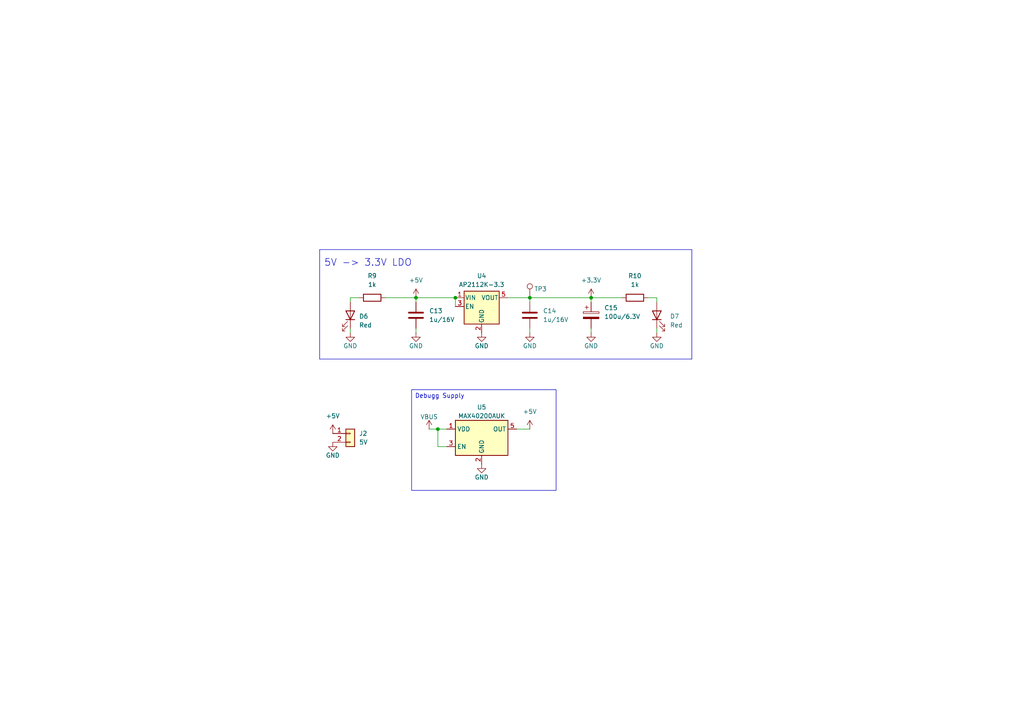
<source format=kicad_sch>
(kicad_sch (version 20250114) (generator "eeschema") (generator_version "9.0")
  (paper "A4")
  (title_block (title "NAUTILUS Bms Test Board"))
  (lib_symbols
    (symbol "Analog_Switch:MAX40200AUK"
      (property "Reference" "U" (at -6.35 6.35 0))
      (property "Value" "MAX40200AUK" (at 7.62 6.35 0))
      (symbol "MAX40200AUK_1_1"
        (rectangle (start -7.62 -5.08) (end 7.62 5.08) (stroke (width 0.254)) (fill (type background)))
        (pin power_in line (at -10.16 2.54 0) (length 2.54) (name "VDD") (number "1"))
        (pin input line (at -10.16 -2.54 0) (length 2.54) (name "EN") (number "3"))
        (pin power_in line (at 0 -7.62 90) (length 2.54) (name "GND") (number "2"))
        (pin no_connect line (at 7.62 -2.54 180) (length 2.54) (hide yes) (name "NC") (number "4"))
        (pin passive line (at 10.16 2.54 180) (length 2.54) (name "OUT") (number "5"))
      )
    )
    (symbol "Connector:TestPoint" (pin_numbers (hide yes)) (pin_names (offset 0.762) (hide yes))
      (property "Reference" "TP" (at 0 6.858 0))
      (property "Value" "TestPoint" (at 0 5.08 0))
      (symbol "TestPoint_0_1"
        (circle (center 0 3.302) (radius 0.762))
      )
      (symbol "TestPoint_1_1"
        (pin passive line (at 0 0 90) (length 2.54) (name "1") (number "1"))
      )
    )
    (symbol "Connector_Generic:Conn_01x02" (pin_names (offset 1.016) (hide yes))
      (property "Reference" "J" (at 0 2.54 0))
      (property "Value" "Conn_01x02" (at 0 -5.08 0))
      (symbol "Conn_01x02_1_1"
        (rectangle (start -1.27 1.27) (end 1.27 -3.81) (stroke (width 0.254)) (fill (type background)))
        (rectangle (start -1.27 0.127) (end 0 -0.127) (stroke (width 0.1524)))
        (rectangle (start -1.27 -2.413) (end 0 -2.667) (stroke (width 0.1524)))
        (pin passive line (at -5.08 0 0) (length 3.81) (name "Pin_1") (number "1"))
        (pin passive line (at -5.08 -2.54 0) (length 3.81) (name "Pin_2") (number "2"))
      )
    )
    (symbol "Regulator_Linear:AP2112K-3.3" (pin_names (offset 0.254))
      (property "Reference" "U" (at -5.08 5.715 0))
      (property "Value" "AP2112K-3.3" (at 0 5.715 0))
      (symbol "AP2112K-3.3_0_1"
        (rectangle (start -5.08 4.445) (end 5.08 -5.08) (stroke (width 0.254)) (fill (type background)))
      )
      (symbol "AP2112K-3.3_1_1"
        (pin power_in line (at -7.62 2.54 0) (length 2.54) (name "VIN") (number "1"))
        (pin input line (at -7.62 0 0) (length 2.54) (name "EN") (number "3"))
        (pin power_in line (at 0 -7.62 90) (length 2.54) (name "GND") (number "2"))
        (pin no_connect line (at 5.08 0 180) (length 2.54) (hide yes) (name "NC") (number "4"))
        (pin power_out line (at 7.62 2.54 180) (length 2.54) (name "VOUT") (number "5"))
      )
    )
    (symbol "kicad-standard-lib:C_100u" (pin_numbers (hide yes)) (pin_names (offset 0.254))
      (property "Reference" "C" (at 1.27 2.54 0))
      (property "Value" "100u/6.3V" (at 1.27 -2.54 0))
      (symbol "C_100u_0_1"
        (rectangle (start -2.286 0.508) (end 2.286 1.016))
        (polyline (pts (xy -1.778 2.286) (xy -0.762 2.286)))
        (polyline (pts (xy -1.27 2.794) (xy -1.27 1.778)))
        (rectangle (start 2.286 -0.508) (end -2.286 -1.016) (fill (type outline)))
      )
      (symbol "C_100u_1_1"
        (pin passive line (at 0 3.81 270) (length 2.794) (name "~") (number "1"))
        (pin passive line (at 0 -3.81 90) (length 2.794) (name "~") (number "2"))
      )
    )
    (symbol "kicad-standard-lib:C_1u_16V" (pin_numbers (hide yes)) (pin_names (offset 0.254))
      (property "Reference" "C" (at 1.27 2.54 0))
      (property "Value" "1u/16V" (at 1.27 -2.54 0))
      (symbol "C_1u_16V_0_1"
        (polyline (pts (xy -2.032 0.762) (xy 2.032 0.762)) (stroke (width 0.508)))
        (polyline (pts (xy -2.032 -0.762) (xy 2.032 -0.762)) (stroke (width 0.508)))
      )
      (symbol "C_1u_16V_1_1"
        (pin passive line (at 0 3.81 270) (length 2.794) (name "~") (number "1"))
        (pin passive line (at 0 -3.81 90) (length 2.794) (name "~") (number "2"))
      )
    )
    (symbol "kicad-standard-lib:LED_Red" (pin_numbers (hide yes)) (pin_names (offset 1.016) (hide yes))
      (property "Reference" "D" (at 0 2.54 0))
      (property "Value" "Red" (at 0 -2.54 0))
      (symbol "LED_Red_0_1"
        (polyline (pts (xy -3.048 -0.762) (xy -4.572 -2.286) (xy -3.81 -2.286) (xy -4.572 -2.286) (xy -4.572 -1.524)))
        (polyline (pts (xy -1.778 -0.762) (xy -3.302 -2.286) (xy -2.54 -2.286) (xy -3.302 -2.286) (xy -3.302 -1.524)))
        (polyline (pts (xy -1.27 0) (xy 1.27 0)))
        (polyline (pts (xy -1.27 -1.27) (xy -1.27 1.27)) (stroke (width 0.254)))
        (polyline (pts (xy 1.27 -1.27) (xy 1.27 1.27) (xy -1.27 0) (xy 1.27 -1.27)) (stroke (width 0.254)))
      )
      (symbol "LED_Red_1_1"
        (pin passive line (at -3.81 0 0) (length 2.54) (name "K") (number "1"))
        (pin passive line (at 3.81 0 180) (length 2.54) (name "A") (number "2"))
      )
    )
    (symbol "kicad-standard-lib:R_1k" (pin_numbers (hide yes)) (pin_names (offset 0))
      (property "Reference" "R" (at 2.032 0 90))
      (property "Value" "1k" (at 0 0 90))
      (symbol "R_1k_0_1"
        (rectangle (start -1.016 2.54) (end 1.016 -2.54) (stroke (width 0.254)))
      )
      (symbol "R_1k_1_1"
        (pin passive line (at 0 3.81 270) (length 1.27) (name "~") (number "1"))
        (pin passive line (at 0 -3.81 90) (length 1.27) (name "~") (number "2"))
      )
    )
    (symbol "power:+3.3V" (power) (pin_numbers (hide yes)) (pin_names (offset 0) (hide yes))
      (property "Value" "+3.3V" (at 0 3.556 0))
      (symbol "+3.3V_0_1"
        (polyline (pts (xy -0.762 1.27) (xy 0 2.54)))
        (polyline (pts (xy 0 2.54) (xy 0.762 1.27)))
        (polyline (pts (xy 0 0) (xy 0 2.54)))
      )
      (symbol "+3.3V_1_1"
        (pin power_in line (at 0 0 90) (length 0) (name "~") (number "1"))
      )
    )
    (symbol "power:+5V" (power) (pin_numbers (hide yes)) (pin_names (offset 0) (hide yes))
      (property "Value" "+5V" (at 0 3.556 0))
      (symbol "+5V_0_1"
        (polyline (pts (xy -0.762 1.27) (xy 0 2.54)))
        (polyline (pts (xy 0 2.54) (xy 0.762 1.27)))
        (polyline (pts (xy 0 0) (xy 0 2.54)))
      )
      (symbol "+5V_1_1"
        (pin power_in line (at 0 0 90) (length 0) (name "~") (number "1"))
      )
    )
    (symbol "power:GND" (power) (pin_numbers (hide yes)) (pin_names (offset 0) (hide yes))
      (property "Value" "GND" (at 0 -3.81 0))
      (symbol "GND_0_1"
        (polyline (pts (xy 0 0) (xy 0 -1.27) (xy 1.27 -1.27) (xy 0 -2.54) (xy -1.27 -1.27) (xy 0 -1.27)))
      )
      (symbol "GND_1_1"
        (pin power_in line (at 0 0 270) (length 0) (name "~") (number "1"))
      )
    )
    (symbol "power:VBUS" (power) (pin_numbers (hide yes)) (pin_names (offset 0) (hide yes))
      (property "Value" "VBUS" (at 0 3.556 0))
      (symbol "VBUS_0_1"
        (polyline (pts (xy -0.762 1.27) (xy 0 2.54)))
        (polyline (pts (xy 0 2.54) (xy 0.762 1.27)))
        (polyline (pts (xy 0 0) (xy 0 2.54)))
      )
      (symbol "VBUS_1_1"
        (pin power_in line (at 0 0 90) (length 0) (name "~") (number "1"))
      )
    )
  )
  (text "5V -> 3.3V LDO" (at 93.98 77.47 0) (effects (font (size 2 2)) (justify left bottom)))
  (text_box "Debugg Supply" (at 119.38 113.03 0) (size 41.91 29.21) (margins 0.9525 0.9525 0.9525 0.9525) (effects (font (size 1.27 1.27)) (justify left top)))
  (junction (at 171.45 86.36))
  (junction (at 132.08 86.36))
  (junction (at 120.65 86.36))
  (junction (at 127 124.46))
  (junction (at 153.67 86.36))
  (wire (pts (xy 171.45 86.36) (xy 153.67 86.36)))
  (wire (pts (xy 171.45 86.36) (xy 180.34 86.36)))
  (wire (pts (xy 127 129.54) (xy 127 124.46)))
  (polyline (pts (xy 200.66 104.14) (xy 200.66 72.39)))
  (wire (pts (xy 101.6 87.63) (xy 101.6 86.36)))
  (wire (pts (xy 171.45 95.25) (xy 171.45 96.52)))
  (wire (pts (xy 132.08 86.36) (xy 132.08 88.9)))
  (wire (pts (xy 147.32 86.36) (xy 153.67 86.36)))
  (wire (pts (xy 129.54 129.54) (xy 127 129.54)))
  (wire (pts (xy 153.67 87.63) (xy 153.67 86.36)))
  (wire (pts (xy 190.5 87.63) (xy 190.5 86.36)))
  (wire (pts (xy 111.76 86.36) (xy 120.65 86.36)))
  (wire (pts (xy 190.5 86.36) (xy 187.96 86.36)))
  (wire (pts (xy 120.65 95.25) (xy 120.65 96.52)))
  (wire (pts (xy 171.45 87.63) (xy 171.45 86.36)))
  (wire (pts (xy 153.67 95.25) (xy 153.67 96.52)))
  (polyline (pts (xy 92.71 104.14) (xy 200.66 104.14)))
  (wire (pts (xy 124.46 124.46) (xy 127 124.46)))
  (wire (pts (xy 101.6 95.25) (xy 101.6 96.52)))
  (wire (pts (xy 101.6 86.36) (xy 104.14 86.36)))
  (wire (pts (xy 149.86 124.46) (xy 153.67 124.46)))
  (wire (pts (xy 120.65 87.63) (xy 120.65 86.36)))
  (wire (pts (xy 190.5 95.25) (xy 190.5 96.52)))
  (wire (pts (xy 120.65 86.36) (xy 132.08 86.36)))
  (polyline (pts (xy 92.71 72.39) (xy 200.66 72.39)))
  (polyline (pts (xy 92.71 72.39) (xy 92.71 104.14)))
  (wire (pts (xy 127 124.46) (xy 129.54 124.46)))
  (symbol (lib_id "power:GND") (at 139.7 96.52 0) (unit 1)
    (property "Reference" "#PWR036" (effects (hide yes)))
    (property "Value" "GND" (at 139.7 100.33 0))
    (property "Description" "Power symbol creates a global label with name \"GND\" , ground" (effects (hide yes)))
  )
  (symbol (lib_id "kicad-standard-lib:C_100u") (at 171.45 91.44 0) (unit 1)
    (property "Reference" "C15" (at 175.26 89.2809 0) (effects (justify left)))
    (property "Value" "100u/6.3V" (at 175.26 91.8209 0) (effects (justify left)))
    (property "Footprint" "Capacitor_Tantalum_SMD:CP_EIA-7343-20_Kemet-V" (effects (hide yes)))
    (property "Datasheet" "https://www.we-online.com/components/products/datasheet/875015119003.pdf" (effects (hide yes)))
    (property "Description" "100uF 6.3V Aluminum Polymer Capacitor" (effects (hide yes)))
    (property "Part No." "875015119003" (effects (hide yes)))
  )
  (symbol (lib_id "Regulator_Linear:AP2112K-3.3") (at 139.7 88.9 0) (unit 1)
    (property "Reference" "U4" (at 139.7 80.01 0))
    (property "Value" "AP2112K-3.3" (at 139.7 82.55 0))
    (property "Footprint" "Package_TO_SOT_SMD:SOT-23-5" (effects (hide yes)))
    (property "Datasheet" "https://www.diodes.com/assets/Datasheets/AP2112.pdf" (effects (hide yes)))
    (property "Description" "600mA low dropout linear regulator, with enable pin, 3.8V-6V input voltage range, 3.3V fixed positive output, SOT-23-5" (effects (hide yes)))
    (property "Part No." "AP2112K-3.3TRG1" (effects (hide yes)))
  )
  (symbol (lib_id "power:GND") (at 171.45 96.52 0) (unit 1)
    (property "Reference" "#PWR041" (effects (hide yes)))
    (property "Value" "GND" (at 171.45 100.33 0))
    (property "Description" "Power symbol creates a global label with name \"GND\" , ground" (effects (hide yes)))
  )
  (symbol (lib_id "power:+5V") (at 153.67 124.46 0) (unit 1)
    (property "Reference" "#PWR039" (effects (hide yes)))
    (property "Value" "+5V" (at 153.67 119.38 0))
    (property "Description" "Power symbol creates a global label with name \"+5V\"" (effects (hide yes)))
  )
  (symbol (lib_id "power:GND") (at 101.6 96.52 0) (mirror y) (unit 1)
    (property "Reference" "#PWR032" (effects (hide yes)))
    (property "Value" "GND" (at 101.6 100.33 0))
    (property "Description" "Power symbol creates a global label with name \"GND\" , ground" (effects (hide yes)))
  )
  (symbol (lib_id "power:GND") (at 190.5 96.52 0) (unit 1)
    (property "Reference" "#PWR042" (effects (hide yes)))
    (property "Value" "GND" (at 190.5 100.33 0))
    (property "Description" "Power symbol creates a global label with name \"GND\" , ground" (effects (hide yes)))
  )
  (symbol (lib_id "power:VBUS") (at 124.46 124.46 0) (unit 1)
    (property "Reference" "#PWR035" (effects (hide yes)))
    (property "Value" "VBUS" (at 124.46 120.904 0))
    (property "Description" "Power symbol creates a global label with name \"VBUS\"" (effects (hide yes)))
  )
  (symbol (lib_id "kicad-standard-lib:C_1u_16V") (at 153.67 91.44 0) (unit 1)
    (property "Reference" "C14" (at 157.48 90.1699 0) (effects (justify left)))
    (property "Value" "1u/16V" (at 157.48 92.7099 0) (effects (justify left)))
    (property "Footprint" "Capacitor_SMD:C_0603_1608Metric" (effects (hide yes)))
    (property "Datasheet" "https://www.we-online.com/components/products/datasheet/885012206052.pdf" (effects (hide yes)))
    (property "Description" "1u 16V X7R MLCC" (effects (hide yes)))
    (property "Part No." "885012206052" (effects (hide yes)))
  )
  (symbol (lib_id "kicad-standard-lib:C_1u_16V") (at 120.65 91.44 0) (unit 1)
    (property "Reference" "C13" (at 124.46 90.1699 0) (effects (justify left)))
    (property "Value" "1u/16V" (at 124.46 92.7099 0) (effects (justify left)))
    (property "Footprint" "Capacitor_SMD:C_0603_1608Metric" (effects (hide yes)))
    (property "Datasheet" "https://www.we-online.com/components/products/datasheet/885012206052.pdf" (effects (hide yes)))
    (property "Description" "1u 16V X7R MLCC" (effects (hide yes)))
    (property "Part No." "885012206052" (effects (hide yes)))
  )
  (symbol (lib_id "kicad-standard-lib:LED_Red") (at 190.5 91.44 90) (unit 1)
    (property "Reference" "D7" (at 194.31 91.7574 90) (effects (justify right)))
    (property "Value" "Red" (at 194.31 94.2974 90) (effects (justify right)))
    (property "Footprint" "LED_SMD:LED_0603_1608Metric" (effects (hide yes)))
    (property "Datasheet" "https://www.we-online.com/components/products/datasheet/150060RS75000.pdf" (effects (hide yes)))
    (property "Description" "Red LED Waterclear" (effects (hide yes)))
    (property "Part No." "150060RS75000" (effects (hide yes)))
  )
  (symbol (lib_id "kicad-standard-lib:R_1k") (at 107.95 86.36 270) (mirror x) (unit 1)
    (property "Reference" "R9" (at 107.95 80.01 90))
    (property "Value" "1k" (at 107.95 82.55 90))
    (property "Footprint" "Resistor_SMD:R_0603_1608Metric" (effects (hide yes)))
    (property "Datasheet" "https://www.vishay.com/docs/28773/crcwce3.pdf" (effects (hide yes)))
    (property "Description" "1k Ohm 1% 100mW Thick Film Resistor" (effects (hide yes)))
    (property "Part No." "CRCW06031K00FKEAC" (effects (hide yes)))
  )
  (symbol (lib_id "power:GND") (at 153.67 96.52 0) (unit 1)
    (property "Reference" "#PWR038" (effects (hide yes)))
    (property "Value" "GND" (at 153.67 100.33 0))
    (property "Description" "Power symbol creates a global label with name \"GND\" , ground" (effects (hide yes)))
  )
  (symbol (lib_id "kicad-standard-lib:LED_Red") (at 101.6 91.44 270) (mirror x) (unit 1)
    (property "Reference" "D6" (at 104.14 91.7574 90) (effects (justify left)))
    (property "Value" "Red" (at 104.14 94.2974 90) (effects (justify left)))
    (property "Footprint" "LED_SMD:LED_0603_1608Metric" (effects (hide yes)))
    (property "Datasheet" "https://www.we-online.com/components/products/datasheet/150060RS75000.pdf" (effects (hide yes)))
    (property "Description" "Red LED Waterclear" (effects (hide yes)))
    (property "Part No." "150060RS75000" (effects (hide yes)))
  )
  (symbol (lib_id "power:GND") (at 120.65 96.52 0) (unit 1)
    (property "Reference" "#PWR034" (effects (hide yes)))
    (property "Value" "GND" (at 120.65 100.33 0))
    (property "Description" "Power symbol creates a global label with name \"GND\" , ground" (effects (hide yes)))
  )
  (symbol (lib_id "Connector:TestPoint") (at 153.67 86.36 0) (unit 1)
    (property "Reference" "TP3" (at 154.94 83.82 0) (effects (justify left)))
    (property "Value" "TestPoint" (effects (hide yes)))
    (property "Footprint" "TestPoint:TestPoint_THTPad_D2.0mm_Drill1.0mm" (effects (hide yes)))
    (property "Description" "test point" (effects (hide yes)))
  )
  (symbol (lib_id "power:+5V") (at 120.65 86.36 0) (unit 1)
    (property "Reference" "#PWR033" (effects (hide yes)))
    (property "Value" "+5V" (at 120.65 81.28 0))
    (property "Description" "Power symbol creates a global label with name \"+5V\"" (effects (hide yes)))
  )
  (symbol (lib_id "power:GND") (at 96.52 128.27 0) (mirror y) (unit 1)
    (property "Reference" "#PWR031" (effects (hide yes)))
    (property "Value" "GND" (at 96.52 132.08 0))
    (property "Description" "Power symbol creates a global label with name \"GND\" , ground" (effects (hide yes)))
  )
  (symbol (lib_id "power:+5V") (at 96.52 125.73 0) (unit 1)
    (property "Reference" "#PWR030" (effects (hide yes)))
    (property "Value" "+5V" (at 96.52 120.65 0))
    (property "Description" "Power symbol creates a global label with name \"+5V\"" (effects (hide yes)))
  )
  (symbol (lib_id "Connector_Generic:Conn_01x02") (at 101.6 125.73 0) (unit 1)
    (property "Reference" "J2" (at 104.14 125.7299 0) (effects (justify left)))
    (property "Value" "5V" (at 104.14 128.2699 0) (effects (justify left)))
    (property "Footprint" "Connector_PinHeader_2.54mm:PinHeader_2x01_P2.54mm_Vertical" (effects (hide yes)))
    (property "Description" "Generic connector, single row, 01x02, script generated (kicad-library-utils/schlib/autogen/connector/)" (effects (hide yes)))
    (property "Part No." "61300211121" (effects (hide yes)))
  )
  (symbol (lib_id "power:+3.3V") (at 171.45 86.36 0) (unit 1)
    (property "Reference" "#PWR040" (effects (hide yes)))
    (property "Value" "+3.3V" (at 171.45 81.28 0))
    (property "Description" "Power symbol creates a global label with name \"+3.3V\"" (effects (hide yes)))
  )
  (symbol (lib_id "Analog_Switch:MAX40200AUK") (at 139.7 127 0) (unit 1)
    (property "Reference" "U5" (at 139.7 118.11 0))
    (property "Value" "MAX40200AUK" (at 139.7 120.65 0))
    (property "Footprint" "Package_TO_SOT_SMD:SOT-23-5" (effects (hide yes)))
    (property "Datasheet" "https://datasheets.maximintegrated.com/en/ds/MAX40200.pdf" (effects (hide yes)))
    (property "Description" "Ideal Diode, Ultra-Low Voltage Drop, 1.5-5.5V, 1A, SOT-23-5" (effects (hide yes)))
    (property "Part No." "MAX40200AUK" (effects (hide yes)))
  )
  (symbol (lib_id "kicad-standard-lib:R_1k") (at 184.15 86.36 90) (unit 1)
    (property "Reference" "R10" (at 184.15 80.01 90))
    (property "Value" "1k" (at 184.15 82.55 90))
    (property "Footprint" "Resistor_SMD:R_0603_1608Metric" (effects (hide yes)))
    (property "Datasheet" "https://www.vishay.com/docs/28773/crcwce3.pdf" (effects (hide yes)))
    (property "Description" "1k Ohm 1% 100mW Thick Film Resistor" (effects (hide yes)))
    (property "Part No." "CRCW06031K00FKEAC" (effects (hide yes)))
  )
  (symbol (lib_id "power:GND") (at 139.7 134.62 0) (unit 1)
    (property "Reference" "#PWR037" (effects (hide yes)))
    (property "Value" "GND" (at 139.7 138.43 0))
    (property "Description" "Power symbol creates a global label with name \"GND\" , ground" (effects (hide yes)))
  )
)
</source>
